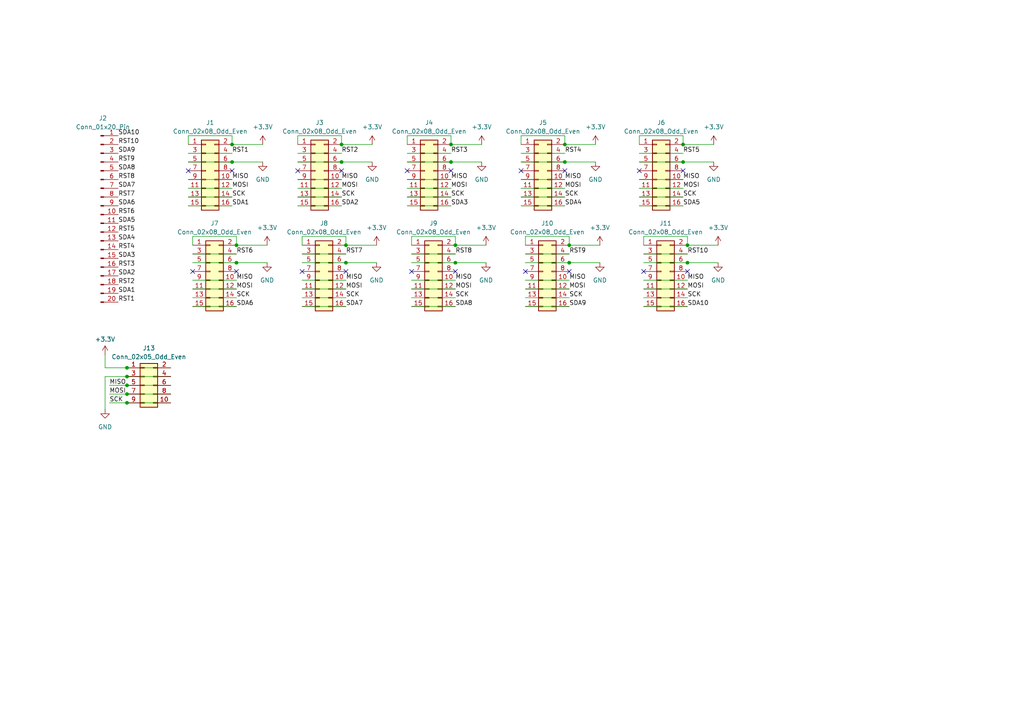
<source format=kicad_sch>
(kicad_sch (version 20230121) (generator eeschema)
  (paper "A4")
  (lib_symbols
    (symbol "Connector:Conn_01x20_Pin" (pin_names (offset 1.016) hide)
      (property "Reference" "J" (at 0 25.4 0))
      (property "Value" "Conn_01x20_Pin" (at 0 -27.94 0))
      (symbol "Conn_01x20_Pin_1_1"
        (polyline (pts (xy 1.27 -25.4) (xy 0.8636 -25.4)) (stroke (width 0.1524)))
        (polyline (pts (xy 1.27 -22.86) (xy 0.8636 -22.86)) (stroke (width 0.1524)))
        (polyline (pts (xy 1.27 -20.32) (xy 0.8636 -20.32)) (stroke (width 0.1524)))
        (polyline (pts (xy 1.27 -17.78) (xy 0.8636 -17.78)) (stroke (width 0.1524)))
        (polyline (pts (xy 1.27 -15.24) (xy 0.8636 -15.24)) (stroke (width 0.1524)))
        (polyline (pts (xy 1.27 -12.7) (xy 0.8636 -12.7)) (stroke (width 0.1524)))
        (polyline (pts (xy 1.27 -10.16) (xy 0.8636 -10.16)) (stroke (width 0.1524)))
        (polyline (pts (xy 1.27 -7.62) (xy 0.8636 -7.62)) (stroke (width 0.1524)))
        (polyline (pts (xy 1.27 -5.08) (xy 0.8636 -5.08)) (stroke (width 0.1524)))
        (polyline (pts (xy 1.27 -2.54) (xy 0.8636 -2.54)) (stroke (width 0.1524)))
        (polyline (pts (xy 1.27 0) (xy 0.8636 0)) (stroke (width 0.1524)))
        (polyline (pts (xy 1.27 2.54) (xy 0.8636 2.54)) (stroke (width 0.1524)))
        (polyline (pts (xy 1.27 5.08) (xy 0.8636 5.08)) (stroke (width 0.1524)))
        (polyline (pts (xy 1.27 7.62) (xy 0.8636 7.62)) (stroke (width 0.1524)))
        (polyline (pts (xy 1.27 10.16) (xy 0.8636 10.16)) (stroke (width 0.1524)))
        (polyline (pts (xy 1.27 12.7) (xy 0.8636 12.7)) (stroke (width 0.1524)))
        (polyline (pts (xy 1.27 15.24) (xy 0.8636 15.24)) (stroke (width 0.1524)))
        (polyline (pts (xy 1.27 17.78) (xy 0.8636 17.78)) (stroke (width 0.1524)))
        (polyline (pts (xy 1.27 20.32) (xy 0.8636 20.32)) (stroke (width 0.1524)))
        (polyline (pts (xy 1.27 22.86) (xy 0.8636 22.86)) (stroke (width 0.1524)))
        (rectangle (start 0.8636 -25.273) (end 0 -25.527) (stroke (width 0.1524)) (fill (type outline)))
        (rectangle (start 0.8636 -22.733) (end 0 -22.987) (stroke (width 0.1524)) (fill (type outline)))
        (rectangle (start 0.8636 -20.193) (end 0 -20.447) (stroke (width 0.1524)) (fill (type outline)))
        (rectangle (start 0.8636 -17.653) (end 0 -17.907) (stroke (width 0.1524)) (fill (type outline)))
        (rectangle (start 0.8636 -15.113) (end 0 -15.367) (stroke (width 0.1524)) (fill (type outline)))
        (rectangle (start 0.8636 -12.573) (end 0 -12.827) (stroke (width 0.1524)) (fill (type outline)))
        (rectangle (start 0.8636 -10.033) (end 0 -10.287) (stroke (width 0.1524)) (fill (type outline)))
        (rectangle (start 0.8636 -7.493) (end 0 -7.747) (stroke (width 0.1524)) (fill (type outline)))
        (rectangle (start 0.8636 -4.953) (end 0 -5.207) (stroke (width 0.1524)) (fill (type outline)))
        (rectangle (start 0.8636 -2.413) (end 0 -2.667) (stroke (width 0.1524)) (fill (type outline)))
        (rectangle (start 0.8636 0.127) (end 0 -0.127) (stroke (width 0.1524)) (fill (type outline)))
        (rectangle (start 0.8636 2.667) (end 0 2.413) (stroke (width 0.1524)) (fill (type outline)))
        (rectangle (start 0.8636 5.207) (end 0 4.953) (stroke (width 0.1524)) (fill (type outline)))
        (rectangle (start 0.8636 7.747) (end 0 7.493) (stroke (width 0.1524)) (fill (type outline)))
        (rectangle (start 0.8636 10.287) (end 0 10.033) (stroke (width 0.1524)) (fill (type outline)))
        (rectangle (start 0.8636 12.827) (end 0 12.573) (stroke (width 0.1524)) (fill (type outline)))
        (rectangle (start 0.8636 15.367) (end 0 15.113) (stroke (width 0.1524)) (fill (type outline)))
        (rectangle (start 0.8636 17.907) (end 0 17.653) (stroke (width 0.1524)) (fill (type outline)))
        (rectangle (start 0.8636 20.447) (end 0 20.193) (stroke (width 0.1524)) (fill (type outline)))
        (rectangle (start 0.8636 22.987) (end 0 22.733) (stroke (width 0.1524)) (fill (type outline)))
        (pin passive line (at 5.08 22.86 180) (length 3.81) (name "Pin_1") (number "1"))
        (pin passive line (at 5.08 0 180) (length 3.81) (name "Pin_10") (number "10"))
        (pin passive line (at 5.08 -2.54 180) (length 3.81) (name "Pin_11") (number "11"))
        (pin passive line (at 5.08 -5.08 180) (length 3.81) (name "Pin_12") (number "12"))
        (pin passive line (at 5.08 -7.62 180) (length 3.81) (name "Pin_13") (number "13"))
        (pin passive line (at 5.08 -10.16 180) (length 3.81) (name "Pin_14") (number "14"))
        (pin passive line (at 5.08 -12.7 180) (length 3.81) (name "Pin_15") (number "15"))
        (pin passive line (at 5.08 -15.24 180) (length 3.81) (name "Pin_16") (number "16"))
        (pin passive line (at 5.08 -17.78 180) (length 3.81) (name "Pin_17") (number "17"))
        (pin passive line (at 5.08 -20.32 180) (length 3.81) (name "Pin_18") (number "18"))
        (pin passive line (at 5.08 -22.86 180) (length 3.81) (name "Pin_19") (number "19"))
        (pin passive line (at 5.08 20.32 180) (length 3.81) (name "Pin_2") (number "2"))
        (pin passive line (at 5.08 -25.4 180) (length 3.81) (name "Pin_20") (number "20"))
        (pin passive line (at 5.08 17.78 180) (length 3.81) (name "Pin_3") (number "3"))
        (pin passive line (at 5.08 15.24 180) (length 3.81) (name "Pin_4") (number "4"))
        (pin passive line (at 5.08 12.7 180) (length 3.81) (name "Pin_5") (number "5"))
        (pin passive line (at 5.08 10.16 180) (length 3.81) (name "Pin_6") (number "6"))
        (pin passive line (at 5.08 7.62 180) (length 3.81) (name "Pin_7") (number "7"))
        (pin passive line (at 5.08 5.08 180) (length 3.81) (name "Pin_8") (number "8"))
        (pin passive line (at 5.08 2.54 180) (length 3.81) (name "Pin_9") (number "9"))
      )
    )
    (symbol "Connector_Generic:Conn_02x05_Odd_Even" (pin_names (offset 1.016) hide)
      (property "Reference" "J" (at 1.27 7.62 0))
      (property "Value" "Conn_02x05_Odd_Even" (at 1.27 -7.62 0))
      (symbol "Conn_02x05_Odd_Even_1_1"
        (rectangle (start -1.27 -4.953) (end 0 -5.207) (stroke (width 0.1524)))
        (rectangle (start -1.27 -2.413) (end 0 -2.667) (stroke (width 0.1524)))
        (rectangle (start -1.27 0.127) (end 0 -0.127) (stroke (width 0.1524)))
        (rectangle (start -1.27 2.667) (end 0 2.413) (stroke (width 0.1524)))
        (rectangle (start -1.27 5.207) (end 0 4.953) (stroke (width 0.1524)))
        (rectangle (start -1.27 6.35) (end 3.81 -6.35) (stroke (width 0.254)) (fill (type background)))
        (rectangle (start 3.81 -4.953) (end 2.54 -5.207) (stroke (width 0.1524)))
        (rectangle (start 3.81 -2.413) (end 2.54 -2.667) (stroke (width 0.1524)))
        (rectangle (start 3.81 0.127) (end 2.54 -0.127) (stroke (width 0.1524)))
        (rectangle (start 3.81 2.667) (end 2.54 2.413) (stroke (width 0.1524)))
        (rectangle (start 3.81 5.207) (end 2.54 4.953) (stroke (width 0.1524)))
        (pin passive line (at -5.08 5.08 0) (length 3.81) (name "Pin_1") (number "1"))
        (pin passive line (at 7.62 -5.08 180) (length 3.81) (name "Pin_10") (number "10"))
        (pin passive line (at 7.62 5.08 180) (length 3.81) (name "Pin_2") (number "2"))
        (pin passive line (at -5.08 2.54 0) (length 3.81) (name "Pin_3") (number "3"))
        (pin passive line (at 7.62 2.54 180) (length 3.81) (name "Pin_4") (number "4"))
        (pin passive line (at -5.08 0 0) (length 3.81) (name "Pin_5") (number "5"))
        (pin passive line (at 7.62 0 180) (length 3.81) (name "Pin_6") (number "6"))
        (pin passive line (at -5.08 -2.54 0) (length 3.81) (name "Pin_7") (number "7"))
        (pin passive line (at 7.62 -2.54 180) (length 3.81) (name "Pin_8") (number "8"))
        (pin passive line (at -5.08 -5.08 0) (length 3.81) (name "Pin_9") (number "9"))
      )
    )
    (symbol "Connector_Generic:Conn_02x08_Odd_Even" (pin_names (offset 1.016) hide)
      (property "Reference" "J" (at 1.27 10.16 0))
      (property "Value" "Conn_02x08_Odd_Even" (at 1.27 -12.7 0))
      (symbol "Conn_02x08_Odd_Even_1_1"
        (rectangle (start -1.27 -10.033) (end 0 -10.287) (stroke (width 0.1524)))
        (rectangle (start -1.27 -7.493) (end 0 -7.747) (stroke (width 0.1524)))
        (rectangle (start -1.27 -4.953) (end 0 -5.207) (stroke (width 0.1524)))
        (rectangle (start -1.27 -2.413) (end 0 -2.667) (stroke (width 0.1524)))
        (rectangle (start -1.27 0.127) (end 0 -0.127) (stroke (width 0.1524)))
        (rectangle (start -1.27 2.667) (end 0 2.413) (stroke (width 0.1524)))
        (rectangle (start -1.27 5.207) (end 0 4.953) (stroke (width 0.1524)))
        (rectangle (start -1.27 7.747) (end 0 7.493) (stroke (width 0.1524)))
        (rectangle (start -1.27 8.89) (end 3.81 -11.43) (stroke (width 0.254)) (fill (type background)))
        (rectangle (start 3.81 -10.033) (end 2.54 -10.287) (stroke (width 0.1524)))
        (rectangle (start 3.81 -7.493) (end 2.54 -7.747) (stroke (width 0.1524)))
        (rectangle (start 3.81 -4.953) (end 2.54 -5.207) (stroke (width 0.1524)))
        (rectangle (start 3.81 -2.413) (end 2.54 -2.667) (stroke (width 0.1524)))
        (rectangle (start 3.81 0.127) (end 2.54 -0.127) (stroke (width 0.1524)))
        (rectangle (start 3.81 2.667) (end 2.54 2.413) (stroke (width 0.1524)))
        (rectangle (start 3.81 5.207) (end 2.54 4.953) (stroke (width 0.1524)))
        (rectangle (start 3.81 7.747) (end 2.54 7.493) (stroke (width 0.1524)))
        (pin passive line (at -5.08 7.62 0) (length 3.81) (name "Pin_1") (number "1"))
        (pin passive line (at 7.62 -2.54 180) (length 3.81) (name "Pin_10") (number "10"))
        (pin passive line (at -5.08 -5.08 0) (length 3.81) (name "Pin_11") (number "11"))
        (pin passive line (at 7.62 -5.08 180) (length 3.81) (name "Pin_12") (number "12"))
        (pin passive line (at -5.08 -7.62 0) (length 3.81) (name "Pin_13") (number "13"))
        (pin passive line (at 7.62 -7.62 180) (length 3.81) (name "Pin_14") (number "14"))
        (pin passive line (at -5.08 -10.16 0) (length 3.81) (name "Pin_15") (number "15"))
        (pin passive line (at 7.62 -10.16 180) (length 3.81) (name "Pin_16") (number "16"))
        (pin passive line (at 7.62 7.62 180) (length 3.81) (name "Pin_2") (number "2"))
        (pin passive line (at -5.08 5.08 0) (length 3.81) (name "Pin_3") (number "3"))
        (pin passive line (at 7.62 5.08 180) (length 3.81) (name "Pin_4") (number "4"))
        (pin passive line (at -5.08 2.54 0) (length 3.81) (name "Pin_5") (number "5"))
        (pin passive line (at 7.62 2.54 180) (length 3.81) (name "Pin_6") (number "6"))
        (pin passive line (at -5.08 0 0) (length 3.81) (name "Pin_7") (number "7"))
        (pin passive line (at 7.62 0 180) (length 3.81) (name "Pin_8") (number "8"))
        (pin passive line (at -5.08 -2.54 0) (length 3.81) (name "Pin_9") (number "9"))
      )
    )
    (symbol "power:+3.3V" (power) (pin_names (offset 0))
      (property "Value" "+3.3V" (at 0 3.556 0))
      (symbol "+3.3V_0_1"
        (polyline (pts (xy -0.762 1.27) (xy 0 2.54)))
        (polyline (pts (xy 0 0) (xy 0 2.54)))
        (polyline (pts (xy 0 2.54) (xy 0.762 1.27)))
      )
      (symbol "+3.3V_1_1"
        (pin power_in line (at 0 0 90) (length 0) hide (name "+3.3V") (number "1"))
      )
    )
    (symbol "power:GND" (power) (pin_names (offset 0))
      (property "Value" "GND" (at 0 -3.81 0))
      (symbol "GND_0_1"
        (polyline (pts (xy 0 0) (xy 0 -1.27) (xy 1.27 -1.27) (xy 0 -2.54) (xy -1.27 -1.27) (xy 0 -1.27)))
      )
      (symbol "GND_1_1"
        (pin power_in line (at 0 0 270) (length 0) hide (name "GND") (number "1"))
      )
    )
  )
  (junction (at 198.12 46.99))
  (junction (at 132.08 76.2))
  (junction (at 36.83 106.68))
  (junction (at 36.83 111.76))
  (junction (at 100.33 71.12))
  (junction (at 130.81 46.99))
  (junction (at 198.12 41.91))
  (junction (at 163.83 46.99))
  (junction (at 163.83 41.91))
  (junction (at 67.31 46.99))
  (junction (at 68.58 71.12))
  (junction (at 132.08 71.12))
  (junction (at 130.81 41.91))
  (junction (at 100.33 76.2))
  (junction (at 68.58 76.2))
  (junction (at 165.1 76.2))
  (junction (at 36.83 109.22))
  (junction (at 99.06 46.99))
  (junction (at 165.1 71.12))
  (junction (at 36.83 114.3))
  (junction (at 199.39 76.2))
  (junction (at 67.31 41.91))
  (junction (at 199.39 71.12))
  (junction (at 99.06 41.91))
  (junction (at 36.83 116.84))
  (no_connect (at 86.36 49.53))
  (no_connect (at 119.38 78.74))
  (no_connect (at 186.69 78.74))
  (no_connect (at 163.83 49.53))
  (no_connect (at 165.1 78.74))
  (no_connect (at 67.31 49.53))
  (no_connect (at 185.42 49.53))
  (no_connect (at 87.63 78.74))
  (no_connect (at 100.33 78.74))
  (no_connect (at 132.08 78.74))
  (no_connect (at 130.81 49.53))
  (no_connect (at 54.61 49.53))
  (no_connect (at 55.88 78.74))
  (no_connect (at 198.12 49.53))
  (no_connect (at 99.06 49.53))
  (no_connect (at 199.39 78.74))
  (no_connect (at 152.4 78.74))
  (no_connect (at 68.58 78.74))
  (no_connect (at 118.11 49.53))
  (no_connect (at 151.13 49.53))
  (wire (pts (xy 151.13 54.61) (xy 163.83 54.61)))
  (wire (pts (xy 172.72 41.91) (xy 163.83 41.91)))
  (wire (pts (xy 55.88 73.66) (xy 68.58 73.66)))
  (wire (pts (xy 165.1 68.58) (xy 165.1 71.12)))
  (wire (pts (xy 68.58 68.58) (xy 68.58 71.12)))
  (wire (pts (xy 208.28 76.2) (xy 199.39 76.2)))
  (wire (pts (xy 185.42 57.15) (xy 198.12 57.15)))
  (wire (pts (xy 30.48 109.22) (xy 36.83 109.22)))
  (wire (pts (xy 86.36 46.99) (xy 99.06 46.99)))
  (wire (pts (xy 186.69 73.66) (xy 199.39 73.66)))
  (wire (pts (xy 139.7 46.99) (xy 130.81 46.99)))
  (wire (pts (xy 31.75 114.3) (xy 36.83 114.3)))
  (wire (pts (xy 86.36 39.37) (xy 99.06 39.37)))
  (wire (pts (xy 152.4 83.82) (xy 165.1 83.82)))
  (wire (pts (xy 152.4 86.36) (xy 165.1 86.36)))
  (wire (pts (xy 185.42 41.91) (xy 185.42 39.37)))
  (wire (pts (xy 119.38 68.58) (xy 132.08 68.58)))
  (wire (pts (xy 152.4 73.66) (xy 165.1 73.66)))
  (wire (pts (xy 207.01 46.99) (xy 198.12 46.99)))
  (wire (pts (xy 54.61 44.45) (xy 67.31 44.45)))
  (wire (pts (xy 118.11 46.99) (xy 130.81 46.99)))
  (wire (pts (xy 186.69 88.9) (xy 199.39 88.9)))
  (wire (pts (xy 186.69 68.58) (xy 199.39 68.58)))
  (wire (pts (xy 119.38 86.36) (xy 132.08 86.36)))
  (wire (pts (xy 119.38 71.12) (xy 119.38 68.58)))
  (wire (pts (xy 87.63 86.36) (xy 100.33 86.36)))
  (wire (pts (xy 186.69 81.28) (xy 199.39 81.28)))
  (wire (pts (xy 87.63 88.9) (xy 100.33 88.9)))
  (wire (pts (xy 55.88 83.82) (xy 68.58 83.82)))
  (wire (pts (xy 54.61 57.15) (xy 67.31 57.15)))
  (wire (pts (xy 119.38 81.28) (xy 132.08 81.28)))
  (wire (pts (xy 55.88 81.28) (xy 68.58 81.28)))
  (wire (pts (xy 36.83 114.3) (xy 49.53 114.3)))
  (wire (pts (xy 208.28 71.12) (xy 199.39 71.12)))
  (wire (pts (xy 55.88 68.58) (xy 68.58 68.58)))
  (wire (pts (xy 87.63 83.82) (xy 100.33 83.82)))
  (wire (pts (xy 186.69 83.82) (xy 199.39 83.82)))
  (wire (pts (xy 172.72 46.99) (xy 163.83 46.99)))
  (wire (pts (xy 119.38 73.66) (xy 132.08 73.66)))
  (wire (pts (xy 119.38 88.9) (xy 132.08 88.9)))
  (wire (pts (xy 77.47 71.12) (xy 68.58 71.12)))
  (wire (pts (xy 30.48 118.745) (xy 30.48 109.22)))
  (wire (pts (xy 87.63 68.58) (xy 100.33 68.58)))
  (wire (pts (xy 185.42 52.07) (xy 198.12 52.07)))
  (wire (pts (xy 151.13 41.91) (xy 151.13 39.37)))
  (wire (pts (xy 152.4 81.28) (xy 165.1 81.28)))
  (wire (pts (xy 86.36 59.69) (xy 99.06 59.69)))
  (wire (pts (xy 31.75 111.76) (xy 36.83 111.76)))
  (wire (pts (xy 86.36 52.07) (xy 99.06 52.07)))
  (wire (pts (xy 36.83 111.76) (xy 49.53 111.76)))
  (wire (pts (xy 173.99 71.12) (xy 165.1 71.12)))
  (wire (pts (xy 36.83 106.68) (xy 49.53 106.68)))
  (wire (pts (xy 152.4 76.2) (xy 165.1 76.2)))
  (wire (pts (xy 54.61 52.07) (xy 67.31 52.07)))
  (wire (pts (xy 54.61 41.91) (xy 54.61 39.37)))
  (wire (pts (xy 118.11 41.91) (xy 118.11 39.37)))
  (wire (pts (xy 119.38 76.2) (xy 132.08 76.2)))
  (wire (pts (xy 151.13 57.15) (xy 163.83 57.15)))
  (wire (pts (xy 107.95 41.91) (xy 99.06 41.91)))
  (wire (pts (xy 132.08 68.58) (xy 132.08 71.12)))
  (wire (pts (xy 118.11 39.37) (xy 130.81 39.37)))
  (wire (pts (xy 36.83 109.22) (xy 49.53 109.22)))
  (wire (pts (xy 151.13 52.07) (xy 163.83 52.07)))
  (wire (pts (xy 100.33 68.58) (xy 100.33 71.12)))
  (wire (pts (xy 151.13 44.45) (xy 163.83 44.45)))
  (wire (pts (xy 31.75 116.84) (xy 36.83 116.84)))
  (wire (pts (xy 67.31 39.37) (xy 67.31 41.91)))
  (wire (pts (xy 185.42 46.99) (xy 198.12 46.99)))
  (wire (pts (xy 151.13 46.99) (xy 163.83 46.99)))
  (wire (pts (xy 55.88 71.12) (xy 55.88 68.58)))
  (wire (pts (xy 87.63 76.2) (xy 100.33 76.2)))
  (wire (pts (xy 140.97 71.12) (xy 132.08 71.12)))
  (wire (pts (xy 54.61 46.99) (xy 67.31 46.99)))
  (wire (pts (xy 87.63 73.66) (xy 100.33 73.66)))
  (wire (pts (xy 87.63 71.12) (xy 87.63 68.58)))
  (wire (pts (xy 185.42 44.45) (xy 198.12 44.45)))
  (wire (pts (xy 109.22 76.2) (xy 100.33 76.2)))
  (wire (pts (xy 185.42 39.37) (xy 198.12 39.37)))
  (wire (pts (xy 54.61 59.69) (xy 67.31 59.69)))
  (wire (pts (xy 30.48 106.68) (xy 36.83 106.68)))
  (wire (pts (xy 118.11 59.69) (xy 130.81 59.69)))
  (wire (pts (xy 139.7 41.91) (xy 130.81 41.91)))
  (wire (pts (xy 54.61 54.61) (xy 67.31 54.61)))
  (wire (pts (xy 86.36 44.45) (xy 99.06 44.45)))
  (wire (pts (xy 118.11 54.61) (xy 130.81 54.61)))
  (wire (pts (xy 54.61 39.37) (xy 67.31 39.37)))
  (wire (pts (xy 198.12 39.37) (xy 198.12 41.91)))
  (wire (pts (xy 151.13 59.69) (xy 163.83 59.69)))
  (wire (pts (xy 186.69 76.2) (xy 199.39 76.2)))
  (wire (pts (xy 199.39 68.58) (xy 199.39 71.12)))
  (wire (pts (xy 86.36 41.91) (xy 86.36 39.37)))
  (wire (pts (xy 30.48 102.87) (xy 30.48 106.68)))
  (wire (pts (xy 107.95 46.99) (xy 99.06 46.99)))
  (wire (pts (xy 119.38 83.82) (xy 132.08 83.82)))
  (wire (pts (xy 109.22 71.12) (xy 100.33 71.12)))
  (wire (pts (xy 152.4 71.12) (xy 152.4 68.58)))
  (wire (pts (xy 77.47 76.2) (xy 68.58 76.2)))
  (wire (pts (xy 186.69 86.36) (xy 199.39 86.36)))
  (wire (pts (xy 76.2 46.99) (xy 67.31 46.99)))
  (wire (pts (xy 76.2 41.91) (xy 67.31 41.91)))
  (wire (pts (xy 55.88 86.36) (xy 68.58 86.36)))
  (wire (pts (xy 163.83 39.37) (xy 163.83 41.91)))
  (wire (pts (xy 87.63 81.28) (xy 100.33 81.28)))
  (wire (pts (xy 118.11 57.15) (xy 130.81 57.15)))
  (wire (pts (xy 152.4 88.9) (xy 165.1 88.9)))
  (wire (pts (xy 86.36 54.61) (xy 99.06 54.61)))
  (wire (pts (xy 152.4 68.58) (xy 165.1 68.58)))
  (wire (pts (xy 185.42 59.69) (xy 198.12 59.69)))
  (wire (pts (xy 130.81 39.37) (xy 130.81 41.91)))
  (wire (pts (xy 186.69 71.12) (xy 186.69 68.58)))
  (wire (pts (xy 151.13 39.37) (xy 163.83 39.37)))
  (wire (pts (xy 140.97 76.2) (xy 132.08 76.2)))
  (wire (pts (xy 118.11 52.07) (xy 130.81 52.07)))
  (wire (pts (xy 86.36 57.15) (xy 99.06 57.15)))
  (wire (pts (xy 185.42 54.61) (xy 198.12 54.61)))
  (wire (pts (xy 118.11 44.45) (xy 130.81 44.45)))
  (wire (pts (xy 173.99 76.2) (xy 165.1 76.2)))
  (wire (pts (xy 36.83 116.84) (xy 49.53 116.84)))
  (wire (pts (xy 55.88 76.2) (xy 68.58 76.2)))
  (wire (pts (xy 99.06 39.37) (xy 99.06 41.91)))
  (wire (pts (xy 55.88 88.9) (xy 68.58 88.9)))
  (wire (pts (xy 207.01 41.91) (xy 198.12 41.91)))
  (label "RST7" (at 100.33 73.66 0))
  (label "SDA2" (at 99.06 59.69 0))
  (label "SCK" (at 199.39 86.36 0))
  (label "MISO" (at 165.1 81.28 0))
  (label "MOSI" (at 31.75 114.3 0))
  (label "MISO" (at 100.33 81.28 0))
  (label "RST10" (at 199.39 73.66 0))
  (label "SDA8" (at 132.08 88.9 0))
  (label "RST5" (at 34.29 67.31 0))
  (label "RST4" (at 163.83 44.45 0))
  (label "RST10" (at 34.29 41.91 0))
  (label "SCK" (at 100.33 86.36 0))
  (label "MISO" (at 198.12 52.07 0))
  (label "MOSI" (at 198.12 54.61 0))
  (label "RST2" (at 99.06 44.45 0))
  (label "RST2" (at 34.29 82.55 0))
  (label "MISO" (at 99.06 52.07 0))
  (label "RST9" (at 34.29 46.99 0))
  (label "MISO" (at 67.31 52.07 0))
  (label "RST8" (at 34.29 52.07 0))
  (label "SDA4" (at 163.83 59.69 0))
  (label "SDA8" (at 34.29 49.53 0))
  (label "MOSI" (at 163.83 54.61 0))
  (label "SDA5" (at 198.12 59.69 0))
  (label "SDA2" (at 34.29 80.01 0))
  (label "MOSI" (at 99.06 54.61 0))
  (label "SDA10" (at 199.39 88.9 0))
  (label "RST1" (at 34.29 87.63 0))
  (label "MISO" (at 163.83 52.07 0))
  (label "RST1" (at 67.31 44.45 0))
  (label "MISO" (at 68.58 81.28 0))
  (label "RST3" (at 34.29 77.47 0))
  (label "SDA9" (at 34.29 44.45 0))
  (label "MOSI" (at 165.1 83.82 0))
  (label "MISO" (at 199.39 81.28 0))
  (label "SCK" (at 31.75 116.84 0))
  (label "SDA7" (at 34.29 54.61 0))
  (label "SDA4" (at 34.29 69.85 0))
  (label "SCK" (at 67.31 57.15 0))
  (label "SDA10" (at 34.29 39.37 0))
  (label "RST5" (at 198.12 44.45 0))
  (label "RST9" (at 165.1 73.66 0))
  (label "MOSI" (at 68.58 83.82 0))
  (label "SDA6" (at 34.29 59.69 0))
  (label "SCK" (at 198.12 57.15 0))
  (label "RST7" (at 34.29 57.15 0))
  (label "SDA6" (at 68.58 88.9 0))
  (label "MISO" (at 130.81 52.07 0))
  (label "MOSI" (at 132.08 83.82 0))
  (label "RST6" (at 68.58 73.66 0))
  (label "MISO" (at 31.75 111.76 0))
  (label "RST4" (at 34.29 72.39 0))
  (label "RST3" (at 130.81 44.45 0))
  (label "MOSI" (at 130.81 54.61 0))
  (label "MOSI" (at 100.33 83.82 0))
  (label "SCK" (at 163.83 57.15 0))
  (label "SDA7" (at 100.33 88.9 0))
  (label "SCK" (at 99.06 57.15 0))
  (label "RST8" (at 132.08 73.66 0))
  (label "MOSI" (at 67.31 54.61 0))
  (label "SDA3" (at 34.29 74.93 0))
  (label "SCK" (at 165.1 86.36 0))
  (label "SDA3" (at 130.81 59.69 0))
  (label "SCK" (at 130.81 57.15 0))
  (label "SDA9" (at 165.1 88.9 0))
  (label "SCK" (at 132.08 86.36 0))
  (label "SDA1" (at 34.29 85.09 0))
  (label "MISO" (at 132.08 81.28 0))
  (label "RST6" (at 34.29 62.23 0))
  (label "SDA5" (at 34.29 64.77 0))
  (label "SCK" (at 68.58 86.36 0))
  (label "MOSI" (at 199.39 83.82 0))
  (label "SDA1" (at 67.31 59.69 0))
  (symbol (lib_id "Connector_Generic:Conn_02x08_Odd_Even") (at 191.77 78.74 0) (unit 1)
    (property "Reference" "J11" (at 193.04 64.77 0))
    (property "Value" "Conn_02x08_Odd_Even" (at 193.04 67.31 0))
    (property "Footprint" "Connector_PinHeader_2.54mm:PinHeader_2x08_P2.54mm_Vertical" (effects hide))
  )
  (symbol (lib_id "power:GND") (at 173.99 76.2 0) (unit 1)
    (property "Reference" "#PWR018" (effects hide))
    (property "Value" "GND" (at 173.99 81.28 0))
  )
  (symbol (lib_id "power:+3.3V") (at 30.48 102.87 0) (unit 1)
    (property "Reference" "#PWR023" (effects hide))
    (property "Value" "+3.3V" (at 30.48 98.425 0))
  )
  (symbol (lib_id "Connector_Generic:Conn_02x08_Odd_Even") (at 59.69 49.53 0) (unit 1)
    (property "Reference" "J1" (at 60.96 35.56 0))
    (property "Value" "Conn_02x08_Odd_Even" (at 60.96 38.1 0))
    (property "Footprint" "Connector_PinHeader_2.54mm:PinHeader_2x08_P2.54mm_Vertical" (effects hide))
  )
  (symbol (lib_id "power:GND") (at 30.48 118.745 0) (unit 1)
    (property "Reference" "#PWR024" (effects hide))
    (property "Value" "GND" (at 30.48 123.825 0))
  )
  (symbol (lib_id "power:GND") (at 107.95 46.99 0) (unit 1)
    (property "Reference" "#PWR04" (effects hide))
    (property "Value" "GND" (at 107.95 52.07 0))
  )
  (symbol (lib_id "Connector_Generic:Conn_02x08_Odd_Even") (at 124.46 78.74 0) (unit 1)
    (property "Reference" "J9" (at 125.73 64.77 0))
    (property "Value" "Conn_02x08_Odd_Even" (at 125.73 67.31 0))
    (property "Footprint" "Connector_PinHeader_2.54mm:PinHeader_2x08_P2.54mm_Vertical" (effects hide))
  )
  (symbol (lib_id "power:GND") (at 139.7 46.99 0) (unit 1)
    (property "Reference" "#PWR06" (effects hide))
    (property "Value" "GND" (at 139.7 52.07 0))
  )
  (symbol (lib_id "power:+3.3V") (at 109.22 71.12 0) (unit 1)
    (property "Reference" "#PWR013" (effects hide))
    (property "Value" "+3.3V" (at 109.22 66.04 0))
  )
  (symbol (lib_id "power:+3.3V") (at 139.7 41.91 0) (unit 1)
    (property "Reference" "#PWR05" (effects hide))
    (property "Value" "+3.3V" (at 139.7 36.83 0))
  )
  (symbol (lib_id "power:GND") (at 207.01 46.99 0) (unit 1)
    (property "Reference" "#PWR010" (effects hide))
    (property "Value" "GND" (at 207.01 52.07 0))
  )
  (symbol (lib_id "Connector_Generic:Conn_02x08_Odd_Even") (at 92.71 78.74 0) (unit 1)
    (property "Reference" "J8" (at 93.98 64.77 0))
    (property "Value" "Conn_02x08_Odd_Even" (at 93.98 67.31 0))
    (property "Footprint" "Connector_PinHeader_2.54mm:PinHeader_2x08_P2.54mm_Vertical" (effects hide))
  )
  (symbol (lib_id "power:+3.3V") (at 172.72 41.91 0) (unit 1)
    (property "Reference" "#PWR07" (effects hide))
    (property "Value" "+3.3V" (at 172.72 36.83 0))
  )
  (symbol (lib_id "Connector_Generic:Conn_02x08_Odd_Even") (at 60.96 78.74 0) (unit 1)
    (property "Reference" "J7" (at 62.23 64.77 0))
    (property "Value" "Conn_02x08_Odd_Even" (at 62.23 67.31 0))
    (property "Footprint" "Connector_PinHeader_2.54mm:PinHeader_2x08_P2.54mm_Vertical" (effects hide))
  )
  (symbol (lib_id "power:+3.3V") (at 77.47 71.12 0) (unit 1)
    (property "Reference" "#PWR011" (effects hide))
    (property "Value" "+3.3V" (at 77.47 66.04 0))
  )
  (symbol (lib_id "power:+3.3V") (at 140.97 71.12 0) (unit 1)
    (property "Reference" "#PWR015" (effects hide))
    (property "Value" "+3.3V" (at 140.97 66.04 0))
  )
  (symbol (lib_id "Connector_Generic:Conn_02x08_Odd_Even") (at 190.5 49.53 0) (unit 1)
    (property "Reference" "J6" (at 191.77 35.56 0))
    (property "Value" "Conn_02x08_Odd_Even" (at 191.77 38.1 0))
    (property "Footprint" "Connector_PinHeader_2.54mm:PinHeader_2x08_P2.54mm_Vertical" (effects hide))
  )
  (symbol (lib_id "Connector_Generic:Conn_02x08_Odd_Even") (at 157.48 78.74 0) (unit 1)
    (property "Reference" "J10" (at 158.75 64.77 0))
    (property "Value" "Conn_02x08_Odd_Even" (at 158.75 67.31 0))
    (property "Footprint" "Connector_PinHeader_2.54mm:PinHeader_2x08_P2.54mm_Vertical" (effects hide))
  )
  (symbol (lib_id "Connector:Conn_01x20_Pin") (at 29.21 62.23 0) (unit 1)
    (property "Reference" "J2" (at 29.845 34.29 0))
    (property "Value" "Conn_01x20_Pin" (at 29.845 36.83 0))
    (property "Footprint" "Connector_PinHeader_2.54mm:PinHeader_2x10_P2.54mm_Vertical" (effects hide))
  )
  (symbol (lib_id "power:GND") (at 172.72 46.99 0) (unit 1)
    (property "Reference" "#PWR08" (effects hide))
    (property "Value" "GND" (at 172.72 52.07 0))
  )
  (symbol (lib_id "power:GND") (at 77.47 76.2 0) (unit 1)
    (property "Reference" "#PWR012" (effects hide))
    (property "Value" "GND" (at 77.47 81.28 0))
  )
  (symbol (lib_id "power:GND") (at 208.28 76.2 0) (unit 1)
    (property "Reference" "#PWR020" (effects hide))
    (property "Value" "GND" (at 208.28 81.28 0))
  )
  (symbol (lib_id "Connector_Generic:Conn_02x05_Odd_Even") (at 41.91 111.76 0) (unit 1)
    (property "Reference" "J13" (at 43.18 100.965 0))
    (property "Value" "Conn_02x05_Odd_Even" (at 43.18 103.505 0))
    (property "Footprint" "Connector_PinHeader_2.54mm:PinHeader_2x05_P2.54mm_Vertical" (effects hide))
  )
  (symbol (lib_id "power:+3.3V") (at 76.2 41.91 0) (unit 1)
    (property "Reference" "#PWR01" (effects hide))
    (property "Value" "+3.3V" (at 76.2 36.83 0))
  )
  (symbol (lib_id "power:+3.3V") (at 208.28 71.12 0) (unit 1)
    (property "Reference" "#PWR019" (effects hide))
    (property "Value" "+3.3V" (at 208.28 66.04 0))
  )
  (symbol (lib_id "power:+3.3V") (at 107.95 41.91 0) (unit 1)
    (property "Reference" "#PWR03" (effects hide))
    (property "Value" "+3.3V" (at 107.95 36.83 0))
  )
  (symbol (lib_id "Connector_Generic:Conn_02x08_Odd_Even") (at 91.44 49.53 0) (unit 1)
    (property "Reference" "J3" (at 92.71 35.56 0))
    (property "Value" "Conn_02x08_Odd_Even" (at 92.71 38.1 0))
    (property "Footprint" "Connector_PinHeader_2.54mm:PinHeader_2x08_P2.54mm_Vertical" (effects hide))
  )
  (symbol (lib_id "Connector_Generic:Conn_02x08_Odd_Even") (at 123.19 49.53 0) (unit 1)
    (property "Reference" "J4" (at 124.46 35.56 0))
    (property "Value" "Conn_02x08_Odd_Even" (at 124.46 38.1 0))
    (property "Footprint" "Connector_PinHeader_2.54mm:PinHeader_2x08_P2.54mm_Vertical" (effects hide))
  )
  (symbol (lib_id "power:GND") (at 76.2 46.99 0) (unit 1)
    (property "Reference" "#PWR02" (effects hide))
    (property "Value" "GND" (at 76.2 52.07 0))
  )
  (symbol (lib_id "power:+3.3V") (at 207.01 41.91 0) (unit 1)
    (property "Reference" "#PWR09" (effects hide))
    (property "Value" "+3.3V" (at 207.01 36.83 0))
  )
  (symbol (lib_id "power:GND") (at 109.22 76.2 0) (unit 1)
    (property "Reference" "#PWR014" (effects hide))
    (property "Value" "GND" (at 109.22 81.28 0))
  )
  (symbol (lib_id "Connector_Generic:Conn_02x08_Odd_Even") (at 156.21 49.53 0) (unit 1)
    (property "Reference" "J5" (at 157.48 35.56 0))
    (property "Value" "Conn_02x08_Odd_Even" (at 157.48 38.1 0))
    (property "Footprint" "Connector_PinHeader_2.54mm:PinHeader_2x08_P2.54mm_Vertical" (effects hide))
  )
  (symbol (lib_id "power:GND") (at 140.97 76.2 0) (unit 1)
    (property "Reference" "#PWR016" (effects hide))
    (property "Value" "GND" (at 140.97 81.28 0))
  )
  (symbol (lib_id "power:+3.3V") (at 173.99 71.12 0) (unit 1)
    (property "Reference" "#PWR017" (effects hide))
    (property "Value" "+3.3V" (at 173.99 66.04 0))
  )
)
</source>
